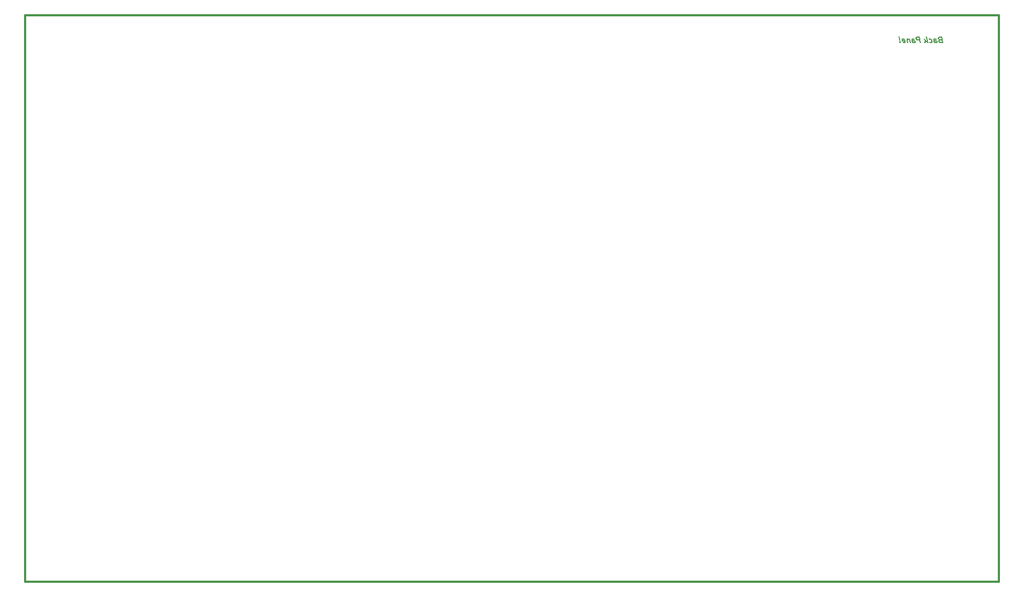
<source format=gbr>
%TF.GenerationSoftware,KiCad,Pcbnew,9.0.2*%
%TF.CreationDate,2025-08-22T18:27:14+01:00*%
%TF.ProjectId,MC8P_MIDI_CONTROLLER,4d433850-5f4d-4494-9449-5f434f4e5452,rev?*%
%TF.SameCoordinates,Original*%
%TF.FileFunction,Legend,Bot*%
%TF.FilePolarity,Positive*%
%FSLAX46Y46*%
G04 Gerber Fmt 4.6, Leading zero omitted, Abs format (unit mm)*
G04 Created by KiCad (PCBNEW 9.0.2) date 2025-08-22 18:27:14*
%MOMM*%
%LPD*%
G01*
G04 APERTURE LIST*
%ADD10C,0.300000*%
%ADD11C,0.200000*%
G04 APERTURE END LIST*
D10*
X22000000Y-206000000D02*
X173000000Y-206000000D01*
X173000000Y-294000000D01*
X22000000Y-294000000D01*
X22000000Y-206000000D01*
D11*
G36*
X164275418Y-210149626D02*
G01*
X163965352Y-210149626D01*
X163924533Y-210145904D01*
X163890433Y-210135392D01*
X163861732Y-210118546D01*
X163837994Y-210095410D01*
X163820539Y-210066762D01*
X163809220Y-210031474D01*
X163808792Y-210029398D01*
X163805434Y-209993334D01*
X163810807Y-209965223D01*
X163824697Y-209941931D01*
X163847444Y-209924617D01*
X163876520Y-209914375D01*
X163915648Y-209910573D01*
X164225715Y-209910573D01*
X164188224Y-209730200D01*
X163878157Y-209730200D01*
X163841351Y-209726706D01*
X163810441Y-209716800D01*
X163784246Y-209700830D01*
X163762712Y-209679066D01*
X163746623Y-209651900D01*
X163735947Y-209618215D01*
X163733378Y-209587038D01*
X163738886Y-209562896D01*
X163751578Y-209543721D01*
X163770395Y-209529776D01*
X163796937Y-209520568D01*
X163833827Y-209517098D01*
X164143893Y-209517098D01*
X164106402Y-209336725D01*
X163790352Y-209336725D01*
X163728103Y-209340685D01*
X163677293Y-209351634D01*
X163635929Y-209368538D01*
X163599563Y-209393292D01*
X163572459Y-209423779D01*
X163553558Y-209460739D01*
X163543465Y-209501564D01*
X163541502Y-209549380D01*
X163548979Y-209605881D01*
X163566147Y-209661109D01*
X163592759Y-209708707D01*
X163628559Y-209749312D01*
X163673176Y-209782163D01*
X163724487Y-209805938D01*
X163784124Y-209821058D01*
X163726119Y-209836097D01*
X163682519Y-209861053D01*
X163659218Y-209883833D01*
X163641777Y-209910599D01*
X163629884Y-209942020D01*
X163623307Y-209993858D01*
X163630190Y-210057424D01*
X163630617Y-210059501D01*
X163646192Y-210114803D01*
X163668058Y-210163232D01*
X163696074Y-210205680D01*
X163730612Y-210242857D01*
X163770877Y-210273615D01*
X163817524Y-210298248D01*
X163867630Y-210315533D01*
X163923328Y-210326271D01*
X163985502Y-210330000D01*
X164312909Y-210330000D01*
X164275418Y-210149626D01*
G37*
G36*
X164186575Y-209336725D02*
G01*
X164003515Y-209336725D01*
X164210022Y-210330000D01*
X164393082Y-210330000D01*
X164186575Y-209336725D01*
G37*
G36*
X163027826Y-209880532D02*
G01*
X163025178Y-209848511D01*
X163030931Y-209823976D01*
X163044129Y-209804694D01*
X163063580Y-209790757D01*
X163091102Y-209781505D01*
X163129431Y-209778011D01*
X163168225Y-209781184D01*
X163208993Y-209791017D01*
X163248250Y-209806643D01*
X163283975Y-209827226D01*
X163373857Y-209713164D01*
X163317612Y-209670509D01*
X163248621Y-209637693D01*
X163173085Y-209617540D01*
X163091939Y-209610704D01*
X163031932Y-209614577D01*
X162983088Y-209625276D01*
X162943440Y-209641784D01*
X162908638Y-209665941D01*
X162882576Y-209695751D01*
X162864305Y-209731971D01*
X162854582Y-209771839D01*
X162852759Y-209818739D01*
X162860153Y-209874364D01*
X162954858Y-210330000D01*
X163121249Y-210330000D01*
X163027826Y-209880532D01*
G37*
G36*
X163316460Y-210340258D02*
G01*
X163373068Y-210336092D01*
X163415980Y-210324899D01*
X163448159Y-210308039D01*
X163471859Y-210285975D01*
X163488428Y-210258144D01*
X163498232Y-210222899D01*
X163500309Y-210178073D01*
X163492681Y-210120989D01*
X163477817Y-210069686D01*
X163456999Y-210027112D01*
X163430499Y-209991932D01*
X163398098Y-209963208D01*
X163346986Y-209935181D01*
X163282664Y-209917130D01*
X163201788Y-209910573D01*
X163028009Y-209910573D01*
X163048342Y-210053333D01*
X163230792Y-210053333D01*
X163269338Y-210057897D01*
X163296371Y-210070064D01*
X163315927Y-210090596D01*
X163327634Y-210120989D01*
X163329054Y-210143277D01*
X163323811Y-210159838D01*
X163312369Y-210172524D01*
X163285357Y-210184334D01*
X163236959Y-210189255D01*
X163168049Y-210184362D01*
X163124241Y-210172219D01*
X163100884Y-210158144D01*
X163085709Y-210140577D01*
X163077346Y-210118913D01*
X163084734Y-210222044D01*
X163102408Y-210256973D01*
X163132667Y-210286952D01*
X163171120Y-210309964D01*
X163217175Y-210326946D01*
X163266220Y-210336923D01*
X163316460Y-210340258D01*
G37*
G36*
X162467105Y-210340258D02*
G01*
X162532079Y-210335495D01*
X162585145Y-210322274D01*
X162628489Y-210301667D01*
X162665486Y-210272122D01*
X162693242Y-210235105D01*
X162712386Y-210189316D01*
X162721594Y-210139733D01*
X162722041Y-210081172D01*
X162712142Y-210011690D01*
X162696388Y-209935853D01*
X162678104Y-209868636D01*
X162653574Y-209810374D01*
X162623115Y-209759937D01*
X162585318Y-209715041D01*
X162542034Y-209678252D01*
X162492751Y-209648989D01*
X162439232Y-209628038D01*
X162380442Y-209615151D01*
X162315430Y-209610704D01*
X162259978Y-209614149D01*
X162210956Y-209624016D01*
X162165769Y-209640656D01*
X162128463Y-209662606D01*
X162097392Y-209690798D01*
X162074424Y-209724094D01*
X162217062Y-209841575D01*
X162239987Y-209820474D01*
X162268841Y-209804328D01*
X162301283Y-209794421D01*
X162337534Y-209791017D01*
X162382539Y-209795492D01*
X162420570Y-209808238D01*
X162453061Y-209828935D01*
X162479589Y-209856887D01*
X162499706Y-209892026D01*
X162513328Y-209935853D01*
X162529082Y-210011690D01*
X162533915Y-210058533D01*
X162528209Y-210094030D01*
X162513817Y-210121294D01*
X162490974Y-210141774D01*
X162458859Y-210154964D01*
X162414227Y-210159884D01*
X162376576Y-210156334D01*
X162339061Y-210145535D01*
X162303750Y-210128153D01*
X162271711Y-210104563D01*
X162179387Y-210228883D01*
X162216578Y-210261633D01*
X162259438Y-210289394D01*
X162306270Y-210311212D01*
X162357501Y-210327313D01*
X162410981Y-210336986D01*
X162467105Y-210340258D01*
G37*
G36*
X161923115Y-210074521D02*
G01*
X161505399Y-209620901D01*
X161311653Y-209620901D01*
X161941250Y-210280785D01*
X161923115Y-210074521D01*
G37*
G36*
X161855216Y-209336725D02*
G01*
X161672095Y-209336725D01*
X161878602Y-210330000D01*
X162061723Y-210330000D01*
X161855216Y-209336725D01*
G37*
G36*
X161735720Y-209963818D02*
G01*
X161565361Y-209870945D01*
X161424921Y-210330000D01*
X161636741Y-210330000D01*
X161735720Y-209963818D01*
G37*
G36*
X160732554Y-209764394D02*
G01*
X160421755Y-209764394D01*
X160390087Y-209760530D01*
X160360816Y-209749007D01*
X160334838Y-209730643D01*
X160312700Y-209705654D01*
X160296063Y-209675872D01*
X160285345Y-209641418D01*
X160281534Y-209605644D01*
X160285467Y-209576205D01*
X160296979Y-209550807D01*
X160315143Y-209532486D01*
X160339097Y-209521165D01*
X160370341Y-209517098D01*
X160681140Y-209517098D01*
X160643649Y-209336725D01*
X160337613Y-209336725D01*
X160278013Y-209341303D01*
X160227848Y-209354199D01*
X160185450Y-209374644D01*
X160148684Y-209403450D01*
X160120580Y-209438768D01*
X160100453Y-209481561D01*
X160089609Y-209528058D01*
X160087625Y-209580853D01*
X160095629Y-209641418D01*
X160112197Y-209700280D01*
X160135931Y-209753215D01*
X160166826Y-209800969D01*
X160204580Y-209843393D01*
X160247528Y-209878642D01*
X160296153Y-209907154D01*
X160348565Y-209927884D01*
X160404279Y-209940436D01*
X160464009Y-209944706D01*
X160770045Y-209944706D01*
X160732554Y-209764394D01*
G37*
G36*
X160727119Y-209336725D02*
G01*
X160544059Y-209336725D01*
X160750566Y-210330000D01*
X160933627Y-210330000D01*
X160727119Y-209336725D01*
G37*
G36*
X159634804Y-209880532D02*
G01*
X159632156Y-209848511D01*
X159637909Y-209823976D01*
X159651107Y-209804694D01*
X159670558Y-209790757D01*
X159698080Y-209781505D01*
X159736409Y-209778011D01*
X159775203Y-209781184D01*
X159815971Y-209791017D01*
X159855229Y-209806643D01*
X159890954Y-209827226D01*
X159980835Y-209713164D01*
X159924590Y-209670509D01*
X159855600Y-209637693D01*
X159780063Y-209617540D01*
X159698918Y-209610704D01*
X159638910Y-209614577D01*
X159590066Y-209625276D01*
X159550418Y-209641784D01*
X159515617Y-209665941D01*
X159489554Y-209695751D01*
X159471284Y-209731971D01*
X159461560Y-209771839D01*
X159459737Y-209818739D01*
X159467131Y-209874364D01*
X159561837Y-210330000D01*
X159728227Y-210330000D01*
X159634804Y-209880532D01*
G37*
G36*
X159923438Y-210340258D02*
G01*
X159980047Y-210336092D01*
X160022959Y-210324899D01*
X160055137Y-210308039D01*
X160078838Y-210285975D01*
X160095406Y-210258144D01*
X160105210Y-210222899D01*
X160107287Y-210178073D01*
X160099659Y-210120989D01*
X160084795Y-210069686D01*
X160063977Y-210027112D01*
X160037477Y-209991932D01*
X160005076Y-209963208D01*
X159953965Y-209935181D01*
X159889643Y-209917130D01*
X159808766Y-209910573D01*
X159634987Y-209910573D01*
X159655321Y-210053333D01*
X159837770Y-210053333D01*
X159876317Y-210057897D01*
X159903349Y-210070064D01*
X159922905Y-210090596D01*
X159934612Y-210120989D01*
X159936033Y-210143277D01*
X159930789Y-210159838D01*
X159919347Y-210172524D01*
X159892336Y-210184334D01*
X159843937Y-210189255D01*
X159775027Y-210184362D01*
X159731219Y-210172219D01*
X159707862Y-210158144D01*
X159692688Y-210140577D01*
X159684324Y-210118913D01*
X159691713Y-210222044D01*
X159709386Y-210256973D01*
X159739645Y-210286952D01*
X159778098Y-210309964D01*
X159824153Y-210326946D01*
X159873198Y-210336923D01*
X159923438Y-210340258D01*
G37*
G36*
X159217882Y-209620901D02*
G01*
X159034760Y-209620901D01*
X159182161Y-210330000D01*
X159365282Y-210330000D01*
X159217882Y-209620901D01*
G37*
G36*
X158875026Y-209900315D02*
G01*
X158871637Y-209866168D01*
X158876169Y-209840041D01*
X158887360Y-209819715D01*
X158904863Y-209804532D01*
X158929549Y-209794697D01*
X158963930Y-209791017D01*
X158996717Y-209794423D01*
X159024558Y-209804163D01*
X159048499Y-209820081D01*
X159067950Y-209841351D01*
X159082869Y-209868158D01*
X159093135Y-209901659D01*
X159074511Y-209744549D01*
X159026084Y-209684147D01*
X158978524Y-209644166D01*
X158943391Y-209625741D01*
X158904704Y-209614552D01*
X158861592Y-209610704D01*
X158807945Y-209616039D01*
X158765961Y-209630755D01*
X158733046Y-209653951D01*
X158707597Y-209686175D01*
X158691097Y-209723947D01*
X158682007Y-209770555D01*
X158681575Y-209828245D01*
X158691844Y-209899644D01*
X158781297Y-210330000D01*
X158964357Y-210330000D01*
X158875026Y-209900315D01*
G37*
G36*
X158288476Y-210340258D02*
G01*
X158354459Y-210335643D01*
X158408273Y-210322859D01*
X158452119Y-210303011D01*
X158489903Y-210274326D01*
X158518304Y-210238500D01*
X158538093Y-210194384D01*
X158548032Y-210146353D01*
X158549120Y-210089742D01*
X158539802Y-210022620D01*
X158523194Y-209942691D01*
X158504713Y-209874050D01*
X158480235Y-209814547D01*
X158450104Y-209763051D01*
X158412711Y-209716899D01*
X158370255Y-209679338D01*
X158322304Y-209649661D01*
X158269988Y-209628326D01*
X158212508Y-209615223D01*
X158148892Y-209610704D01*
X158089921Y-209616337D01*
X158042002Y-209632089D01*
X158002834Y-209657172D01*
X157971391Y-209691461D01*
X157947771Y-209735657D01*
X157932309Y-209792055D01*
X157926758Y-209851075D01*
X157929725Y-209921526D01*
X157942934Y-210005523D01*
X157952581Y-210051990D01*
X158426962Y-210051990D01*
X158400706Y-209925594D01*
X158093387Y-209925594D01*
X158091922Y-209909169D01*
X158091779Y-209868662D01*
X158098205Y-209837782D01*
X158109996Y-209814281D01*
X158127985Y-209796112D01*
X158152056Y-209784851D01*
X158184246Y-209780758D01*
X158226739Y-209785423D01*
X158263260Y-209798861D01*
X158295132Y-209821058D01*
X158320936Y-209850476D01*
X158341100Y-209887946D01*
X158355338Y-209935181D01*
X158374084Y-210025307D01*
X158378874Y-210073008D01*
X158372770Y-210109310D01*
X158357597Y-210137353D01*
X158333712Y-210158408D01*
X158300433Y-210171945D01*
X158254527Y-210176981D01*
X158217816Y-210173745D01*
X158178995Y-210163670D01*
X158141332Y-210147604D01*
X158105600Y-210125751D01*
X158008574Y-210234378D01*
X158075771Y-210279437D01*
X158146449Y-210312597D01*
X158219691Y-210333561D01*
X158288476Y-210340258D01*
G37*
G36*
X157601543Y-210095710D02*
G01*
X157602598Y-210119697D01*
X157595560Y-210135643D01*
X157581270Y-210145754D01*
X157557397Y-210149626D01*
X157526622Y-210149626D01*
X157564113Y-210330000D01*
X157657658Y-210330000D01*
X157710989Y-210323798D01*
X157749522Y-210307084D01*
X157777093Y-210280846D01*
X157794136Y-210246281D01*
X157800663Y-210201309D01*
X157794312Y-210142116D01*
X157626884Y-209336725D01*
X157443763Y-209336725D01*
X157601543Y-210095710D01*
G37*
M02*

</source>
